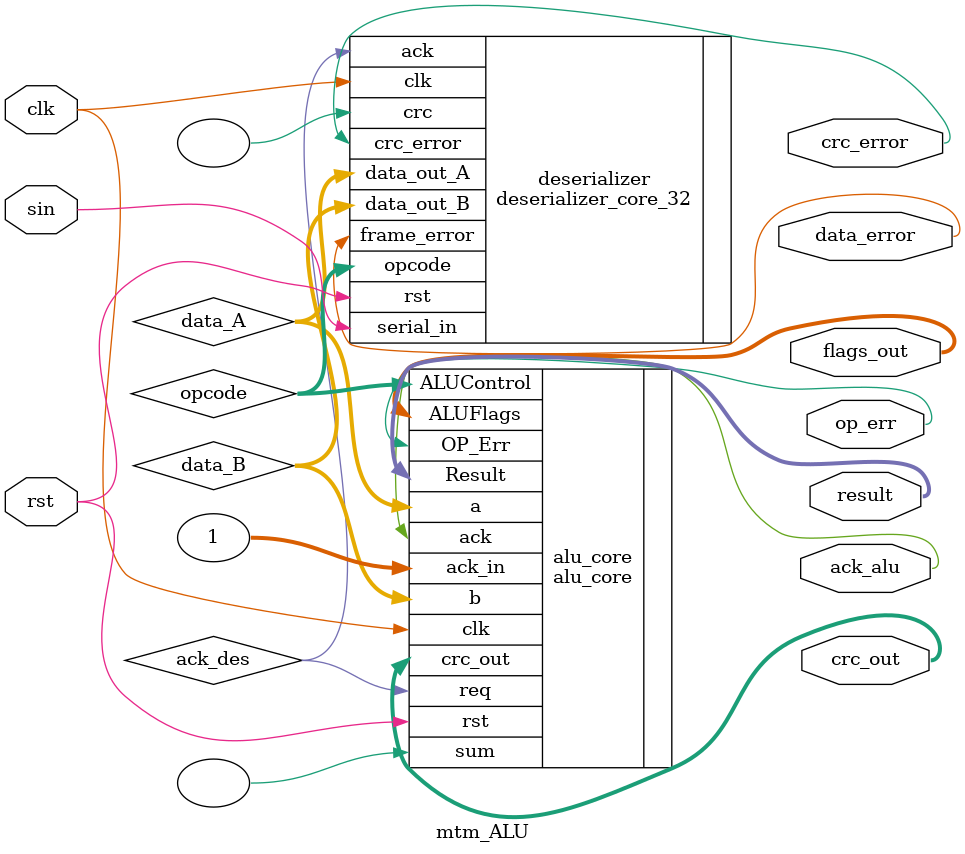
<source format=v>
`timescale 1ns / 1ps


module mtm_ALU(
    input clk,
    input rst,
    input sin,
    // temporary
    output wire [31:0] result,
    output wire [2:0] crc_out,
    output wire [3:0] flags_out,
    output wire data_error,
    output wire crc_error,
    output wire op_err,
    output wire ack_alu
    
    );
    
    wire [31:0]data_A;
    wire [31:0]data_B;
    wire [2:0]opcode;
    wire ack_des;
    //wire data_error;
    //wire crc_error;
    
    deserializer_core_32 deserializer(
        .clk(clk),
        .rst(rst),
        .serial_in(sin),
        .data_out_A(data_A),
        .data_out_B(data_B),
        .ack(ack_des),
        .frame_error(data_error),
        .crc_error(crc_error), 
        .opcode(opcode),
        .crc()
        
    );
    
    alu_core alu_core(
            .clk(clk),
            .rst(rst),
            .req(ack_des),
            .ack_in(1),
            .ack(ack_alu), 
            .a(data_A),
            .b(data_B),
            .ALUControl(opcode),
            .Result(result),
            .OP_Err(op_err),
            .ALUFlags(flags_out),
            .sum(),
            .crc_out(crc_out)
            );
    
    
    
    
    
endmodule

</source>
